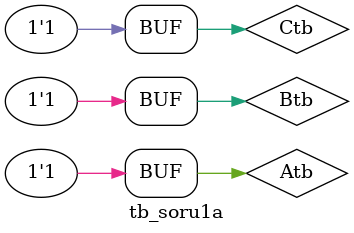
<source format=v>
`timescale 1ns / 1ps


module tb_soru1a(

    );
    reg Atb,Btb,Ctb;
    wire Ftb,Qtb;
    soru1a uut(
    .A(Atb),
    .B(Btb),
    .C(Ctb),
    .F(Ftb),
    .Q(Qtb)
    );
initial begin 
Atb=0;
Btb=0;
Ctb=0;
#10;
Atb=0;
Btb=0;
Ctb=1;
#10;
Atb=0;
Btb=1;
Ctb=0;
#10;
Atb=0;
Btb=1;
Ctb=1;
#10;
Atb=1;
Btb=0;
Ctb=0;
#10;
Atb=1;
Btb=0;
Ctb=1;
#10;
Atb=1;
Btb=1;
Ctb=0;
#10;
Atb=1;
Btb=1;
Ctb=1;
#10;
 end
endmodule

</source>
